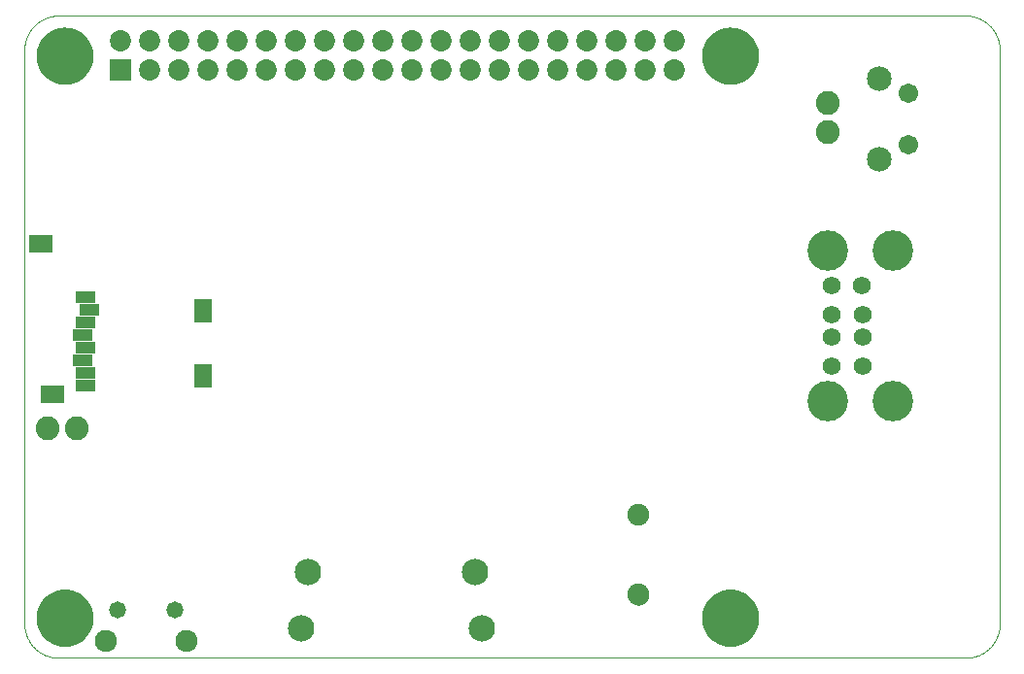
<source format=gbs>
G75*
%MOIN*%
%OFA0B0*%
%FSLAX25Y25*%
%IPPOS*%
%LPD*%
%AMOC8*
5,1,8,0,0,1.08239X$1,22.5*
%
%ADD10C,0.00000*%
%ADD11C,0.11627*%
%ADD12C,0.04429*%
%ADD13C,0.06200*%
%ADD14C,0.13900*%
%ADD15C,0.09068*%
%ADD16C,0.05820*%
%ADD17C,0.07591*%
%ADD18R,0.07300X0.07300*%
%ADD19C,0.07300*%
%ADD20R,0.06312X0.07887*%
%ADD21R,0.08280X0.06312*%
%ADD22R,0.06706X0.03950*%
%ADD23C,0.07493*%
%ADD24C,0.08200*%
%ADD25C,0.06706*%
%ADD26C,0.08477*%
D10*
X0019904Y0016959D02*
X0019904Y0213809D01*
X0019907Y0214094D01*
X0019918Y0214380D01*
X0019935Y0214665D01*
X0019959Y0214949D01*
X0019990Y0215233D01*
X0020028Y0215516D01*
X0020073Y0215797D01*
X0020124Y0216078D01*
X0020182Y0216358D01*
X0020247Y0216636D01*
X0020319Y0216912D01*
X0020397Y0217186D01*
X0020482Y0217459D01*
X0020574Y0217729D01*
X0020672Y0217997D01*
X0020776Y0218263D01*
X0020887Y0218526D01*
X0021004Y0218786D01*
X0021127Y0219044D01*
X0021257Y0219298D01*
X0021393Y0219549D01*
X0021534Y0219797D01*
X0021682Y0220041D01*
X0021835Y0220282D01*
X0021995Y0220518D01*
X0022160Y0220751D01*
X0022330Y0220980D01*
X0022506Y0221205D01*
X0022688Y0221425D01*
X0022874Y0221641D01*
X0023066Y0221852D01*
X0023263Y0222059D01*
X0023465Y0222261D01*
X0023672Y0222458D01*
X0023883Y0222650D01*
X0024099Y0222836D01*
X0024319Y0223018D01*
X0024544Y0223194D01*
X0024773Y0223364D01*
X0025006Y0223529D01*
X0025242Y0223689D01*
X0025483Y0223842D01*
X0025727Y0223990D01*
X0025975Y0224131D01*
X0026226Y0224267D01*
X0026480Y0224397D01*
X0026738Y0224520D01*
X0026998Y0224637D01*
X0027261Y0224748D01*
X0027527Y0224852D01*
X0027795Y0224950D01*
X0028065Y0225042D01*
X0028338Y0225127D01*
X0028612Y0225205D01*
X0028888Y0225277D01*
X0029166Y0225342D01*
X0029446Y0225400D01*
X0029727Y0225451D01*
X0030008Y0225496D01*
X0030291Y0225534D01*
X0030575Y0225565D01*
X0030859Y0225589D01*
X0031144Y0225606D01*
X0031430Y0225617D01*
X0031715Y0225620D01*
X0342739Y0225620D01*
X0343024Y0225617D01*
X0343310Y0225606D01*
X0343595Y0225589D01*
X0343879Y0225565D01*
X0344163Y0225534D01*
X0344446Y0225496D01*
X0344727Y0225451D01*
X0345008Y0225400D01*
X0345288Y0225342D01*
X0345566Y0225277D01*
X0345842Y0225205D01*
X0346116Y0225127D01*
X0346389Y0225042D01*
X0346659Y0224950D01*
X0346927Y0224852D01*
X0347193Y0224748D01*
X0347456Y0224637D01*
X0347716Y0224520D01*
X0347974Y0224397D01*
X0348228Y0224267D01*
X0348479Y0224131D01*
X0348727Y0223990D01*
X0348971Y0223842D01*
X0349212Y0223689D01*
X0349448Y0223529D01*
X0349681Y0223364D01*
X0349910Y0223194D01*
X0350135Y0223018D01*
X0350355Y0222836D01*
X0350571Y0222650D01*
X0350782Y0222458D01*
X0350989Y0222261D01*
X0351191Y0222059D01*
X0351388Y0221852D01*
X0351580Y0221641D01*
X0351766Y0221425D01*
X0351948Y0221205D01*
X0352124Y0220980D01*
X0352294Y0220751D01*
X0352459Y0220518D01*
X0352619Y0220282D01*
X0352772Y0220041D01*
X0352920Y0219797D01*
X0353061Y0219549D01*
X0353197Y0219298D01*
X0353327Y0219044D01*
X0353450Y0218786D01*
X0353567Y0218526D01*
X0353678Y0218263D01*
X0353782Y0217997D01*
X0353880Y0217729D01*
X0353972Y0217459D01*
X0354057Y0217186D01*
X0354135Y0216912D01*
X0354207Y0216636D01*
X0354272Y0216358D01*
X0354330Y0216078D01*
X0354381Y0215797D01*
X0354426Y0215516D01*
X0354464Y0215233D01*
X0354495Y0214949D01*
X0354519Y0214665D01*
X0354536Y0214380D01*
X0354547Y0214094D01*
X0354550Y0213809D01*
X0354550Y0016959D01*
X0354547Y0016674D01*
X0354536Y0016388D01*
X0354519Y0016103D01*
X0354495Y0015819D01*
X0354464Y0015535D01*
X0354426Y0015252D01*
X0354381Y0014971D01*
X0354330Y0014690D01*
X0354272Y0014410D01*
X0354207Y0014132D01*
X0354135Y0013856D01*
X0354057Y0013582D01*
X0353972Y0013309D01*
X0353880Y0013039D01*
X0353782Y0012771D01*
X0353678Y0012505D01*
X0353567Y0012242D01*
X0353450Y0011982D01*
X0353327Y0011724D01*
X0353197Y0011470D01*
X0353061Y0011219D01*
X0352920Y0010971D01*
X0352772Y0010727D01*
X0352619Y0010486D01*
X0352459Y0010250D01*
X0352294Y0010017D01*
X0352124Y0009788D01*
X0351948Y0009563D01*
X0351766Y0009343D01*
X0351580Y0009127D01*
X0351388Y0008916D01*
X0351191Y0008709D01*
X0350989Y0008507D01*
X0350782Y0008310D01*
X0350571Y0008118D01*
X0350355Y0007932D01*
X0350135Y0007750D01*
X0349910Y0007574D01*
X0349681Y0007404D01*
X0349448Y0007239D01*
X0349212Y0007079D01*
X0348971Y0006926D01*
X0348727Y0006778D01*
X0348479Y0006637D01*
X0348228Y0006501D01*
X0347974Y0006371D01*
X0347716Y0006248D01*
X0347456Y0006131D01*
X0347193Y0006020D01*
X0346927Y0005916D01*
X0346659Y0005818D01*
X0346389Y0005726D01*
X0346116Y0005641D01*
X0345842Y0005563D01*
X0345566Y0005491D01*
X0345288Y0005426D01*
X0345008Y0005368D01*
X0344727Y0005317D01*
X0344446Y0005272D01*
X0344163Y0005234D01*
X0343879Y0005203D01*
X0343595Y0005179D01*
X0343310Y0005162D01*
X0343024Y0005151D01*
X0342739Y0005148D01*
X0031715Y0005148D01*
X0031430Y0005151D01*
X0031144Y0005162D01*
X0030859Y0005179D01*
X0030575Y0005203D01*
X0030291Y0005234D01*
X0030008Y0005272D01*
X0029727Y0005317D01*
X0029446Y0005368D01*
X0029166Y0005426D01*
X0028888Y0005491D01*
X0028612Y0005563D01*
X0028338Y0005641D01*
X0028065Y0005726D01*
X0027795Y0005818D01*
X0027527Y0005916D01*
X0027261Y0006020D01*
X0026998Y0006131D01*
X0026738Y0006248D01*
X0026480Y0006371D01*
X0026226Y0006501D01*
X0025975Y0006637D01*
X0025727Y0006778D01*
X0025483Y0006926D01*
X0025242Y0007079D01*
X0025006Y0007239D01*
X0024773Y0007404D01*
X0024544Y0007574D01*
X0024319Y0007750D01*
X0024099Y0007932D01*
X0023883Y0008118D01*
X0023672Y0008310D01*
X0023465Y0008507D01*
X0023263Y0008709D01*
X0023066Y0008916D01*
X0022874Y0009127D01*
X0022688Y0009343D01*
X0022506Y0009563D01*
X0022330Y0009788D01*
X0022160Y0010017D01*
X0021995Y0010250D01*
X0021835Y0010486D01*
X0021682Y0010727D01*
X0021534Y0010971D01*
X0021393Y0011219D01*
X0021257Y0011470D01*
X0021127Y0011724D01*
X0021004Y0011982D01*
X0020887Y0012242D01*
X0020776Y0012505D01*
X0020672Y0012771D01*
X0020574Y0013039D01*
X0020482Y0013309D01*
X0020397Y0013582D01*
X0020319Y0013856D01*
X0020247Y0014132D01*
X0020182Y0014410D01*
X0020124Y0014690D01*
X0020073Y0014971D01*
X0020028Y0015252D01*
X0019990Y0015535D01*
X0019959Y0015819D01*
X0019935Y0016103D01*
X0019918Y0016388D01*
X0019907Y0016674D01*
X0019904Y0016959D01*
X0028270Y0018927D02*
X0028272Y0019074D01*
X0028278Y0019220D01*
X0028288Y0019366D01*
X0028302Y0019512D01*
X0028320Y0019658D01*
X0028341Y0019803D01*
X0028367Y0019947D01*
X0028397Y0020091D01*
X0028430Y0020233D01*
X0028467Y0020375D01*
X0028508Y0020516D01*
X0028553Y0020655D01*
X0028602Y0020794D01*
X0028654Y0020931D01*
X0028711Y0021066D01*
X0028770Y0021200D01*
X0028834Y0021332D01*
X0028901Y0021462D01*
X0028971Y0021591D01*
X0029045Y0021718D01*
X0029122Y0021842D01*
X0029203Y0021965D01*
X0029287Y0022085D01*
X0029374Y0022203D01*
X0029464Y0022318D01*
X0029557Y0022431D01*
X0029654Y0022542D01*
X0029753Y0022650D01*
X0029855Y0022755D01*
X0029960Y0022857D01*
X0030068Y0022956D01*
X0030179Y0023053D01*
X0030292Y0023146D01*
X0030407Y0023236D01*
X0030525Y0023323D01*
X0030645Y0023407D01*
X0030768Y0023488D01*
X0030892Y0023565D01*
X0031019Y0023639D01*
X0031148Y0023709D01*
X0031278Y0023776D01*
X0031410Y0023840D01*
X0031544Y0023899D01*
X0031679Y0023956D01*
X0031816Y0024008D01*
X0031955Y0024057D01*
X0032094Y0024102D01*
X0032235Y0024143D01*
X0032377Y0024180D01*
X0032519Y0024213D01*
X0032663Y0024243D01*
X0032807Y0024269D01*
X0032952Y0024290D01*
X0033098Y0024308D01*
X0033244Y0024322D01*
X0033390Y0024332D01*
X0033536Y0024338D01*
X0033683Y0024340D01*
X0033830Y0024338D01*
X0033976Y0024332D01*
X0034122Y0024322D01*
X0034268Y0024308D01*
X0034414Y0024290D01*
X0034559Y0024269D01*
X0034703Y0024243D01*
X0034847Y0024213D01*
X0034989Y0024180D01*
X0035131Y0024143D01*
X0035272Y0024102D01*
X0035411Y0024057D01*
X0035550Y0024008D01*
X0035687Y0023956D01*
X0035822Y0023899D01*
X0035956Y0023840D01*
X0036088Y0023776D01*
X0036218Y0023709D01*
X0036347Y0023639D01*
X0036474Y0023565D01*
X0036598Y0023488D01*
X0036721Y0023407D01*
X0036841Y0023323D01*
X0036959Y0023236D01*
X0037074Y0023146D01*
X0037187Y0023053D01*
X0037298Y0022956D01*
X0037406Y0022857D01*
X0037511Y0022755D01*
X0037613Y0022650D01*
X0037712Y0022542D01*
X0037809Y0022431D01*
X0037902Y0022318D01*
X0037992Y0022203D01*
X0038079Y0022085D01*
X0038163Y0021965D01*
X0038244Y0021842D01*
X0038321Y0021718D01*
X0038395Y0021591D01*
X0038465Y0021462D01*
X0038532Y0021332D01*
X0038596Y0021200D01*
X0038655Y0021066D01*
X0038712Y0020931D01*
X0038764Y0020794D01*
X0038813Y0020655D01*
X0038858Y0020516D01*
X0038899Y0020375D01*
X0038936Y0020233D01*
X0038969Y0020091D01*
X0038999Y0019947D01*
X0039025Y0019803D01*
X0039046Y0019658D01*
X0039064Y0019512D01*
X0039078Y0019366D01*
X0039088Y0019220D01*
X0039094Y0019074D01*
X0039096Y0018927D01*
X0039094Y0018780D01*
X0039088Y0018634D01*
X0039078Y0018488D01*
X0039064Y0018342D01*
X0039046Y0018196D01*
X0039025Y0018051D01*
X0038999Y0017907D01*
X0038969Y0017763D01*
X0038936Y0017621D01*
X0038899Y0017479D01*
X0038858Y0017338D01*
X0038813Y0017199D01*
X0038764Y0017060D01*
X0038712Y0016923D01*
X0038655Y0016788D01*
X0038596Y0016654D01*
X0038532Y0016522D01*
X0038465Y0016392D01*
X0038395Y0016263D01*
X0038321Y0016136D01*
X0038244Y0016012D01*
X0038163Y0015889D01*
X0038079Y0015769D01*
X0037992Y0015651D01*
X0037902Y0015536D01*
X0037809Y0015423D01*
X0037712Y0015312D01*
X0037613Y0015204D01*
X0037511Y0015099D01*
X0037406Y0014997D01*
X0037298Y0014898D01*
X0037187Y0014801D01*
X0037074Y0014708D01*
X0036959Y0014618D01*
X0036841Y0014531D01*
X0036721Y0014447D01*
X0036598Y0014366D01*
X0036474Y0014289D01*
X0036347Y0014215D01*
X0036218Y0014145D01*
X0036088Y0014078D01*
X0035956Y0014014D01*
X0035822Y0013955D01*
X0035687Y0013898D01*
X0035550Y0013846D01*
X0035411Y0013797D01*
X0035272Y0013752D01*
X0035131Y0013711D01*
X0034989Y0013674D01*
X0034847Y0013641D01*
X0034703Y0013611D01*
X0034559Y0013585D01*
X0034414Y0013564D01*
X0034268Y0013546D01*
X0034122Y0013532D01*
X0033976Y0013522D01*
X0033830Y0013516D01*
X0033683Y0013514D01*
X0033536Y0013516D01*
X0033390Y0013522D01*
X0033244Y0013532D01*
X0033098Y0013546D01*
X0032952Y0013564D01*
X0032807Y0013585D01*
X0032663Y0013611D01*
X0032519Y0013641D01*
X0032377Y0013674D01*
X0032235Y0013711D01*
X0032094Y0013752D01*
X0031955Y0013797D01*
X0031816Y0013846D01*
X0031679Y0013898D01*
X0031544Y0013955D01*
X0031410Y0014014D01*
X0031278Y0014078D01*
X0031148Y0014145D01*
X0031019Y0014215D01*
X0030892Y0014289D01*
X0030768Y0014366D01*
X0030645Y0014447D01*
X0030525Y0014531D01*
X0030407Y0014618D01*
X0030292Y0014708D01*
X0030179Y0014801D01*
X0030068Y0014898D01*
X0029960Y0014997D01*
X0029855Y0015099D01*
X0029753Y0015204D01*
X0029654Y0015312D01*
X0029557Y0015423D01*
X0029464Y0015536D01*
X0029374Y0015651D01*
X0029287Y0015769D01*
X0029203Y0015889D01*
X0029122Y0016012D01*
X0029045Y0016136D01*
X0028971Y0016263D01*
X0028901Y0016392D01*
X0028834Y0016522D01*
X0028770Y0016654D01*
X0028711Y0016788D01*
X0028654Y0016923D01*
X0028602Y0017060D01*
X0028553Y0017199D01*
X0028508Y0017338D01*
X0028467Y0017479D01*
X0028430Y0017621D01*
X0028397Y0017763D01*
X0028367Y0017907D01*
X0028341Y0018051D01*
X0028320Y0018196D01*
X0028302Y0018342D01*
X0028288Y0018488D01*
X0028278Y0018634D01*
X0028272Y0018780D01*
X0028270Y0018927D01*
X0227188Y0026801D02*
X0227190Y0026916D01*
X0227196Y0027032D01*
X0227206Y0027147D01*
X0227220Y0027262D01*
X0227238Y0027376D01*
X0227260Y0027489D01*
X0227285Y0027602D01*
X0227315Y0027713D01*
X0227348Y0027824D01*
X0227385Y0027933D01*
X0227426Y0028041D01*
X0227471Y0028148D01*
X0227519Y0028253D01*
X0227571Y0028356D01*
X0227627Y0028457D01*
X0227686Y0028557D01*
X0227748Y0028654D01*
X0227814Y0028749D01*
X0227882Y0028842D01*
X0227954Y0028932D01*
X0228029Y0029020D01*
X0228108Y0029105D01*
X0228189Y0029187D01*
X0228272Y0029267D01*
X0228359Y0029343D01*
X0228448Y0029417D01*
X0228539Y0029487D01*
X0228633Y0029555D01*
X0228729Y0029619D01*
X0228828Y0029679D01*
X0228928Y0029736D01*
X0229030Y0029790D01*
X0229134Y0029840D01*
X0229240Y0029887D01*
X0229347Y0029930D01*
X0229456Y0029969D01*
X0229566Y0030004D01*
X0229677Y0030035D01*
X0229789Y0030063D01*
X0229902Y0030087D01*
X0230016Y0030107D01*
X0230131Y0030123D01*
X0230246Y0030135D01*
X0230361Y0030143D01*
X0230476Y0030147D01*
X0230592Y0030147D01*
X0230707Y0030143D01*
X0230822Y0030135D01*
X0230937Y0030123D01*
X0231052Y0030107D01*
X0231166Y0030087D01*
X0231279Y0030063D01*
X0231391Y0030035D01*
X0231502Y0030004D01*
X0231612Y0029969D01*
X0231721Y0029930D01*
X0231828Y0029887D01*
X0231934Y0029840D01*
X0232038Y0029790D01*
X0232140Y0029736D01*
X0232240Y0029679D01*
X0232339Y0029619D01*
X0232435Y0029555D01*
X0232529Y0029487D01*
X0232620Y0029417D01*
X0232709Y0029343D01*
X0232796Y0029267D01*
X0232879Y0029187D01*
X0232960Y0029105D01*
X0233039Y0029020D01*
X0233114Y0028932D01*
X0233186Y0028842D01*
X0233254Y0028749D01*
X0233320Y0028654D01*
X0233382Y0028557D01*
X0233441Y0028457D01*
X0233497Y0028356D01*
X0233549Y0028253D01*
X0233597Y0028148D01*
X0233642Y0028041D01*
X0233683Y0027933D01*
X0233720Y0027824D01*
X0233753Y0027713D01*
X0233783Y0027602D01*
X0233808Y0027489D01*
X0233830Y0027376D01*
X0233848Y0027262D01*
X0233862Y0027147D01*
X0233872Y0027032D01*
X0233878Y0026916D01*
X0233880Y0026801D01*
X0233878Y0026686D01*
X0233872Y0026570D01*
X0233862Y0026455D01*
X0233848Y0026340D01*
X0233830Y0026226D01*
X0233808Y0026113D01*
X0233783Y0026000D01*
X0233753Y0025889D01*
X0233720Y0025778D01*
X0233683Y0025669D01*
X0233642Y0025561D01*
X0233597Y0025454D01*
X0233549Y0025349D01*
X0233497Y0025246D01*
X0233441Y0025145D01*
X0233382Y0025045D01*
X0233320Y0024948D01*
X0233254Y0024853D01*
X0233186Y0024760D01*
X0233114Y0024670D01*
X0233039Y0024582D01*
X0232960Y0024497D01*
X0232879Y0024415D01*
X0232796Y0024335D01*
X0232709Y0024259D01*
X0232620Y0024185D01*
X0232529Y0024115D01*
X0232435Y0024047D01*
X0232339Y0023983D01*
X0232240Y0023923D01*
X0232140Y0023866D01*
X0232038Y0023812D01*
X0231934Y0023762D01*
X0231828Y0023715D01*
X0231721Y0023672D01*
X0231612Y0023633D01*
X0231502Y0023598D01*
X0231391Y0023567D01*
X0231279Y0023539D01*
X0231166Y0023515D01*
X0231052Y0023495D01*
X0230937Y0023479D01*
X0230822Y0023467D01*
X0230707Y0023459D01*
X0230592Y0023455D01*
X0230476Y0023455D01*
X0230361Y0023459D01*
X0230246Y0023467D01*
X0230131Y0023479D01*
X0230016Y0023495D01*
X0229902Y0023515D01*
X0229789Y0023539D01*
X0229677Y0023567D01*
X0229566Y0023598D01*
X0229456Y0023633D01*
X0229347Y0023672D01*
X0229240Y0023715D01*
X0229134Y0023762D01*
X0229030Y0023812D01*
X0228928Y0023866D01*
X0228828Y0023923D01*
X0228729Y0023983D01*
X0228633Y0024047D01*
X0228539Y0024115D01*
X0228448Y0024185D01*
X0228359Y0024259D01*
X0228272Y0024335D01*
X0228189Y0024415D01*
X0228108Y0024497D01*
X0228029Y0024582D01*
X0227954Y0024670D01*
X0227882Y0024760D01*
X0227814Y0024853D01*
X0227748Y0024948D01*
X0227686Y0025045D01*
X0227627Y0025145D01*
X0227571Y0025246D01*
X0227519Y0025349D01*
X0227471Y0025454D01*
X0227426Y0025561D01*
X0227385Y0025669D01*
X0227348Y0025778D01*
X0227315Y0025889D01*
X0227285Y0026000D01*
X0227260Y0026113D01*
X0227238Y0026226D01*
X0227220Y0026340D01*
X0227206Y0026455D01*
X0227196Y0026570D01*
X0227190Y0026686D01*
X0227188Y0026801D01*
X0256617Y0018927D02*
X0256619Y0019074D01*
X0256625Y0019220D01*
X0256635Y0019366D01*
X0256649Y0019512D01*
X0256667Y0019658D01*
X0256688Y0019803D01*
X0256714Y0019947D01*
X0256744Y0020091D01*
X0256777Y0020233D01*
X0256814Y0020375D01*
X0256855Y0020516D01*
X0256900Y0020655D01*
X0256949Y0020794D01*
X0257001Y0020931D01*
X0257058Y0021066D01*
X0257117Y0021200D01*
X0257181Y0021332D01*
X0257248Y0021462D01*
X0257318Y0021591D01*
X0257392Y0021718D01*
X0257469Y0021842D01*
X0257550Y0021965D01*
X0257634Y0022085D01*
X0257721Y0022203D01*
X0257811Y0022318D01*
X0257904Y0022431D01*
X0258001Y0022542D01*
X0258100Y0022650D01*
X0258202Y0022755D01*
X0258307Y0022857D01*
X0258415Y0022956D01*
X0258526Y0023053D01*
X0258639Y0023146D01*
X0258754Y0023236D01*
X0258872Y0023323D01*
X0258992Y0023407D01*
X0259115Y0023488D01*
X0259239Y0023565D01*
X0259366Y0023639D01*
X0259495Y0023709D01*
X0259625Y0023776D01*
X0259757Y0023840D01*
X0259891Y0023899D01*
X0260026Y0023956D01*
X0260163Y0024008D01*
X0260302Y0024057D01*
X0260441Y0024102D01*
X0260582Y0024143D01*
X0260724Y0024180D01*
X0260866Y0024213D01*
X0261010Y0024243D01*
X0261154Y0024269D01*
X0261299Y0024290D01*
X0261445Y0024308D01*
X0261591Y0024322D01*
X0261737Y0024332D01*
X0261883Y0024338D01*
X0262030Y0024340D01*
X0262177Y0024338D01*
X0262323Y0024332D01*
X0262469Y0024322D01*
X0262615Y0024308D01*
X0262761Y0024290D01*
X0262906Y0024269D01*
X0263050Y0024243D01*
X0263194Y0024213D01*
X0263336Y0024180D01*
X0263478Y0024143D01*
X0263619Y0024102D01*
X0263758Y0024057D01*
X0263897Y0024008D01*
X0264034Y0023956D01*
X0264169Y0023899D01*
X0264303Y0023840D01*
X0264435Y0023776D01*
X0264565Y0023709D01*
X0264694Y0023639D01*
X0264821Y0023565D01*
X0264945Y0023488D01*
X0265068Y0023407D01*
X0265188Y0023323D01*
X0265306Y0023236D01*
X0265421Y0023146D01*
X0265534Y0023053D01*
X0265645Y0022956D01*
X0265753Y0022857D01*
X0265858Y0022755D01*
X0265960Y0022650D01*
X0266059Y0022542D01*
X0266156Y0022431D01*
X0266249Y0022318D01*
X0266339Y0022203D01*
X0266426Y0022085D01*
X0266510Y0021965D01*
X0266591Y0021842D01*
X0266668Y0021718D01*
X0266742Y0021591D01*
X0266812Y0021462D01*
X0266879Y0021332D01*
X0266943Y0021200D01*
X0267002Y0021066D01*
X0267059Y0020931D01*
X0267111Y0020794D01*
X0267160Y0020655D01*
X0267205Y0020516D01*
X0267246Y0020375D01*
X0267283Y0020233D01*
X0267316Y0020091D01*
X0267346Y0019947D01*
X0267372Y0019803D01*
X0267393Y0019658D01*
X0267411Y0019512D01*
X0267425Y0019366D01*
X0267435Y0019220D01*
X0267441Y0019074D01*
X0267443Y0018927D01*
X0267441Y0018780D01*
X0267435Y0018634D01*
X0267425Y0018488D01*
X0267411Y0018342D01*
X0267393Y0018196D01*
X0267372Y0018051D01*
X0267346Y0017907D01*
X0267316Y0017763D01*
X0267283Y0017621D01*
X0267246Y0017479D01*
X0267205Y0017338D01*
X0267160Y0017199D01*
X0267111Y0017060D01*
X0267059Y0016923D01*
X0267002Y0016788D01*
X0266943Y0016654D01*
X0266879Y0016522D01*
X0266812Y0016392D01*
X0266742Y0016263D01*
X0266668Y0016136D01*
X0266591Y0016012D01*
X0266510Y0015889D01*
X0266426Y0015769D01*
X0266339Y0015651D01*
X0266249Y0015536D01*
X0266156Y0015423D01*
X0266059Y0015312D01*
X0265960Y0015204D01*
X0265858Y0015099D01*
X0265753Y0014997D01*
X0265645Y0014898D01*
X0265534Y0014801D01*
X0265421Y0014708D01*
X0265306Y0014618D01*
X0265188Y0014531D01*
X0265068Y0014447D01*
X0264945Y0014366D01*
X0264821Y0014289D01*
X0264694Y0014215D01*
X0264565Y0014145D01*
X0264435Y0014078D01*
X0264303Y0014014D01*
X0264169Y0013955D01*
X0264034Y0013898D01*
X0263897Y0013846D01*
X0263758Y0013797D01*
X0263619Y0013752D01*
X0263478Y0013711D01*
X0263336Y0013674D01*
X0263194Y0013641D01*
X0263050Y0013611D01*
X0262906Y0013585D01*
X0262761Y0013564D01*
X0262615Y0013546D01*
X0262469Y0013532D01*
X0262323Y0013522D01*
X0262177Y0013516D01*
X0262030Y0013514D01*
X0261883Y0013516D01*
X0261737Y0013522D01*
X0261591Y0013532D01*
X0261445Y0013546D01*
X0261299Y0013564D01*
X0261154Y0013585D01*
X0261010Y0013611D01*
X0260866Y0013641D01*
X0260724Y0013674D01*
X0260582Y0013711D01*
X0260441Y0013752D01*
X0260302Y0013797D01*
X0260163Y0013846D01*
X0260026Y0013898D01*
X0259891Y0013955D01*
X0259757Y0014014D01*
X0259625Y0014078D01*
X0259495Y0014145D01*
X0259366Y0014215D01*
X0259239Y0014289D01*
X0259115Y0014366D01*
X0258992Y0014447D01*
X0258872Y0014531D01*
X0258754Y0014618D01*
X0258639Y0014708D01*
X0258526Y0014801D01*
X0258415Y0014898D01*
X0258307Y0014997D01*
X0258202Y0015099D01*
X0258100Y0015204D01*
X0258001Y0015312D01*
X0257904Y0015423D01*
X0257811Y0015536D01*
X0257721Y0015651D01*
X0257634Y0015769D01*
X0257550Y0015889D01*
X0257469Y0016012D01*
X0257392Y0016136D01*
X0257318Y0016263D01*
X0257248Y0016392D01*
X0257181Y0016522D01*
X0257117Y0016654D01*
X0257058Y0016788D01*
X0257001Y0016923D01*
X0256949Y0017060D01*
X0256900Y0017199D01*
X0256855Y0017338D01*
X0256814Y0017479D01*
X0256777Y0017621D01*
X0256744Y0017763D01*
X0256714Y0017907D01*
X0256688Y0018051D01*
X0256667Y0018196D01*
X0256649Y0018342D01*
X0256635Y0018488D01*
X0256625Y0018634D01*
X0256619Y0018780D01*
X0256617Y0018927D01*
X0227188Y0054360D02*
X0227190Y0054475D01*
X0227196Y0054591D01*
X0227206Y0054706D01*
X0227220Y0054821D01*
X0227238Y0054935D01*
X0227260Y0055048D01*
X0227285Y0055161D01*
X0227315Y0055272D01*
X0227348Y0055383D01*
X0227385Y0055492D01*
X0227426Y0055600D01*
X0227471Y0055707D01*
X0227519Y0055812D01*
X0227571Y0055915D01*
X0227627Y0056016D01*
X0227686Y0056116D01*
X0227748Y0056213D01*
X0227814Y0056308D01*
X0227882Y0056401D01*
X0227954Y0056491D01*
X0228029Y0056579D01*
X0228108Y0056664D01*
X0228189Y0056746D01*
X0228272Y0056826D01*
X0228359Y0056902D01*
X0228448Y0056976D01*
X0228539Y0057046D01*
X0228633Y0057114D01*
X0228729Y0057178D01*
X0228828Y0057238D01*
X0228928Y0057295D01*
X0229030Y0057349D01*
X0229134Y0057399D01*
X0229240Y0057446D01*
X0229347Y0057489D01*
X0229456Y0057528D01*
X0229566Y0057563D01*
X0229677Y0057594D01*
X0229789Y0057622D01*
X0229902Y0057646D01*
X0230016Y0057666D01*
X0230131Y0057682D01*
X0230246Y0057694D01*
X0230361Y0057702D01*
X0230476Y0057706D01*
X0230592Y0057706D01*
X0230707Y0057702D01*
X0230822Y0057694D01*
X0230937Y0057682D01*
X0231052Y0057666D01*
X0231166Y0057646D01*
X0231279Y0057622D01*
X0231391Y0057594D01*
X0231502Y0057563D01*
X0231612Y0057528D01*
X0231721Y0057489D01*
X0231828Y0057446D01*
X0231934Y0057399D01*
X0232038Y0057349D01*
X0232140Y0057295D01*
X0232240Y0057238D01*
X0232339Y0057178D01*
X0232435Y0057114D01*
X0232529Y0057046D01*
X0232620Y0056976D01*
X0232709Y0056902D01*
X0232796Y0056826D01*
X0232879Y0056746D01*
X0232960Y0056664D01*
X0233039Y0056579D01*
X0233114Y0056491D01*
X0233186Y0056401D01*
X0233254Y0056308D01*
X0233320Y0056213D01*
X0233382Y0056116D01*
X0233441Y0056016D01*
X0233497Y0055915D01*
X0233549Y0055812D01*
X0233597Y0055707D01*
X0233642Y0055600D01*
X0233683Y0055492D01*
X0233720Y0055383D01*
X0233753Y0055272D01*
X0233783Y0055161D01*
X0233808Y0055048D01*
X0233830Y0054935D01*
X0233848Y0054821D01*
X0233862Y0054706D01*
X0233872Y0054591D01*
X0233878Y0054475D01*
X0233880Y0054360D01*
X0233878Y0054245D01*
X0233872Y0054129D01*
X0233862Y0054014D01*
X0233848Y0053899D01*
X0233830Y0053785D01*
X0233808Y0053672D01*
X0233783Y0053559D01*
X0233753Y0053448D01*
X0233720Y0053337D01*
X0233683Y0053228D01*
X0233642Y0053120D01*
X0233597Y0053013D01*
X0233549Y0052908D01*
X0233497Y0052805D01*
X0233441Y0052704D01*
X0233382Y0052604D01*
X0233320Y0052507D01*
X0233254Y0052412D01*
X0233186Y0052319D01*
X0233114Y0052229D01*
X0233039Y0052141D01*
X0232960Y0052056D01*
X0232879Y0051974D01*
X0232796Y0051894D01*
X0232709Y0051818D01*
X0232620Y0051744D01*
X0232529Y0051674D01*
X0232435Y0051606D01*
X0232339Y0051542D01*
X0232240Y0051482D01*
X0232140Y0051425D01*
X0232038Y0051371D01*
X0231934Y0051321D01*
X0231828Y0051274D01*
X0231721Y0051231D01*
X0231612Y0051192D01*
X0231502Y0051157D01*
X0231391Y0051126D01*
X0231279Y0051098D01*
X0231166Y0051074D01*
X0231052Y0051054D01*
X0230937Y0051038D01*
X0230822Y0051026D01*
X0230707Y0051018D01*
X0230592Y0051014D01*
X0230476Y0051014D01*
X0230361Y0051018D01*
X0230246Y0051026D01*
X0230131Y0051038D01*
X0230016Y0051054D01*
X0229902Y0051074D01*
X0229789Y0051098D01*
X0229677Y0051126D01*
X0229566Y0051157D01*
X0229456Y0051192D01*
X0229347Y0051231D01*
X0229240Y0051274D01*
X0229134Y0051321D01*
X0229030Y0051371D01*
X0228928Y0051425D01*
X0228828Y0051482D01*
X0228729Y0051542D01*
X0228633Y0051606D01*
X0228539Y0051674D01*
X0228448Y0051744D01*
X0228359Y0051818D01*
X0228272Y0051894D01*
X0228189Y0051974D01*
X0228108Y0052056D01*
X0228029Y0052141D01*
X0227954Y0052229D01*
X0227882Y0052319D01*
X0227814Y0052412D01*
X0227748Y0052507D01*
X0227686Y0052604D01*
X0227627Y0052704D01*
X0227571Y0052805D01*
X0227519Y0052908D01*
X0227471Y0053013D01*
X0227426Y0053120D01*
X0227385Y0053228D01*
X0227348Y0053337D01*
X0227315Y0053448D01*
X0227285Y0053559D01*
X0227260Y0053672D01*
X0227238Y0053785D01*
X0227220Y0053899D01*
X0227206Y0054014D01*
X0227196Y0054129D01*
X0227190Y0054245D01*
X0227188Y0054360D01*
X0256617Y0211841D02*
X0256619Y0211988D01*
X0256625Y0212134D01*
X0256635Y0212280D01*
X0256649Y0212426D01*
X0256667Y0212572D01*
X0256688Y0212717D01*
X0256714Y0212861D01*
X0256744Y0213005D01*
X0256777Y0213147D01*
X0256814Y0213289D01*
X0256855Y0213430D01*
X0256900Y0213569D01*
X0256949Y0213708D01*
X0257001Y0213845D01*
X0257058Y0213980D01*
X0257117Y0214114D01*
X0257181Y0214246D01*
X0257248Y0214376D01*
X0257318Y0214505D01*
X0257392Y0214632D01*
X0257469Y0214756D01*
X0257550Y0214879D01*
X0257634Y0214999D01*
X0257721Y0215117D01*
X0257811Y0215232D01*
X0257904Y0215345D01*
X0258001Y0215456D01*
X0258100Y0215564D01*
X0258202Y0215669D01*
X0258307Y0215771D01*
X0258415Y0215870D01*
X0258526Y0215967D01*
X0258639Y0216060D01*
X0258754Y0216150D01*
X0258872Y0216237D01*
X0258992Y0216321D01*
X0259115Y0216402D01*
X0259239Y0216479D01*
X0259366Y0216553D01*
X0259495Y0216623D01*
X0259625Y0216690D01*
X0259757Y0216754D01*
X0259891Y0216813D01*
X0260026Y0216870D01*
X0260163Y0216922D01*
X0260302Y0216971D01*
X0260441Y0217016D01*
X0260582Y0217057D01*
X0260724Y0217094D01*
X0260866Y0217127D01*
X0261010Y0217157D01*
X0261154Y0217183D01*
X0261299Y0217204D01*
X0261445Y0217222D01*
X0261591Y0217236D01*
X0261737Y0217246D01*
X0261883Y0217252D01*
X0262030Y0217254D01*
X0262177Y0217252D01*
X0262323Y0217246D01*
X0262469Y0217236D01*
X0262615Y0217222D01*
X0262761Y0217204D01*
X0262906Y0217183D01*
X0263050Y0217157D01*
X0263194Y0217127D01*
X0263336Y0217094D01*
X0263478Y0217057D01*
X0263619Y0217016D01*
X0263758Y0216971D01*
X0263897Y0216922D01*
X0264034Y0216870D01*
X0264169Y0216813D01*
X0264303Y0216754D01*
X0264435Y0216690D01*
X0264565Y0216623D01*
X0264694Y0216553D01*
X0264821Y0216479D01*
X0264945Y0216402D01*
X0265068Y0216321D01*
X0265188Y0216237D01*
X0265306Y0216150D01*
X0265421Y0216060D01*
X0265534Y0215967D01*
X0265645Y0215870D01*
X0265753Y0215771D01*
X0265858Y0215669D01*
X0265960Y0215564D01*
X0266059Y0215456D01*
X0266156Y0215345D01*
X0266249Y0215232D01*
X0266339Y0215117D01*
X0266426Y0214999D01*
X0266510Y0214879D01*
X0266591Y0214756D01*
X0266668Y0214632D01*
X0266742Y0214505D01*
X0266812Y0214376D01*
X0266879Y0214246D01*
X0266943Y0214114D01*
X0267002Y0213980D01*
X0267059Y0213845D01*
X0267111Y0213708D01*
X0267160Y0213569D01*
X0267205Y0213430D01*
X0267246Y0213289D01*
X0267283Y0213147D01*
X0267316Y0213005D01*
X0267346Y0212861D01*
X0267372Y0212717D01*
X0267393Y0212572D01*
X0267411Y0212426D01*
X0267425Y0212280D01*
X0267435Y0212134D01*
X0267441Y0211988D01*
X0267443Y0211841D01*
X0267441Y0211694D01*
X0267435Y0211548D01*
X0267425Y0211402D01*
X0267411Y0211256D01*
X0267393Y0211110D01*
X0267372Y0210965D01*
X0267346Y0210821D01*
X0267316Y0210677D01*
X0267283Y0210535D01*
X0267246Y0210393D01*
X0267205Y0210252D01*
X0267160Y0210113D01*
X0267111Y0209974D01*
X0267059Y0209837D01*
X0267002Y0209702D01*
X0266943Y0209568D01*
X0266879Y0209436D01*
X0266812Y0209306D01*
X0266742Y0209177D01*
X0266668Y0209050D01*
X0266591Y0208926D01*
X0266510Y0208803D01*
X0266426Y0208683D01*
X0266339Y0208565D01*
X0266249Y0208450D01*
X0266156Y0208337D01*
X0266059Y0208226D01*
X0265960Y0208118D01*
X0265858Y0208013D01*
X0265753Y0207911D01*
X0265645Y0207812D01*
X0265534Y0207715D01*
X0265421Y0207622D01*
X0265306Y0207532D01*
X0265188Y0207445D01*
X0265068Y0207361D01*
X0264945Y0207280D01*
X0264821Y0207203D01*
X0264694Y0207129D01*
X0264565Y0207059D01*
X0264435Y0206992D01*
X0264303Y0206928D01*
X0264169Y0206869D01*
X0264034Y0206812D01*
X0263897Y0206760D01*
X0263758Y0206711D01*
X0263619Y0206666D01*
X0263478Y0206625D01*
X0263336Y0206588D01*
X0263194Y0206555D01*
X0263050Y0206525D01*
X0262906Y0206499D01*
X0262761Y0206478D01*
X0262615Y0206460D01*
X0262469Y0206446D01*
X0262323Y0206436D01*
X0262177Y0206430D01*
X0262030Y0206428D01*
X0261883Y0206430D01*
X0261737Y0206436D01*
X0261591Y0206446D01*
X0261445Y0206460D01*
X0261299Y0206478D01*
X0261154Y0206499D01*
X0261010Y0206525D01*
X0260866Y0206555D01*
X0260724Y0206588D01*
X0260582Y0206625D01*
X0260441Y0206666D01*
X0260302Y0206711D01*
X0260163Y0206760D01*
X0260026Y0206812D01*
X0259891Y0206869D01*
X0259757Y0206928D01*
X0259625Y0206992D01*
X0259495Y0207059D01*
X0259366Y0207129D01*
X0259239Y0207203D01*
X0259115Y0207280D01*
X0258992Y0207361D01*
X0258872Y0207445D01*
X0258754Y0207532D01*
X0258639Y0207622D01*
X0258526Y0207715D01*
X0258415Y0207812D01*
X0258307Y0207911D01*
X0258202Y0208013D01*
X0258100Y0208118D01*
X0258001Y0208226D01*
X0257904Y0208337D01*
X0257811Y0208450D01*
X0257721Y0208565D01*
X0257634Y0208683D01*
X0257550Y0208803D01*
X0257469Y0208926D01*
X0257392Y0209050D01*
X0257318Y0209177D01*
X0257248Y0209306D01*
X0257181Y0209436D01*
X0257117Y0209568D01*
X0257058Y0209702D01*
X0257001Y0209837D01*
X0256949Y0209974D01*
X0256900Y0210113D01*
X0256855Y0210252D01*
X0256814Y0210393D01*
X0256777Y0210535D01*
X0256744Y0210677D01*
X0256714Y0210821D01*
X0256688Y0210965D01*
X0256667Y0211110D01*
X0256649Y0211256D01*
X0256635Y0211402D01*
X0256625Y0211548D01*
X0256619Y0211694D01*
X0256617Y0211841D01*
X0028270Y0211841D02*
X0028272Y0211988D01*
X0028278Y0212134D01*
X0028288Y0212280D01*
X0028302Y0212426D01*
X0028320Y0212572D01*
X0028341Y0212717D01*
X0028367Y0212861D01*
X0028397Y0213005D01*
X0028430Y0213147D01*
X0028467Y0213289D01*
X0028508Y0213430D01*
X0028553Y0213569D01*
X0028602Y0213708D01*
X0028654Y0213845D01*
X0028711Y0213980D01*
X0028770Y0214114D01*
X0028834Y0214246D01*
X0028901Y0214376D01*
X0028971Y0214505D01*
X0029045Y0214632D01*
X0029122Y0214756D01*
X0029203Y0214879D01*
X0029287Y0214999D01*
X0029374Y0215117D01*
X0029464Y0215232D01*
X0029557Y0215345D01*
X0029654Y0215456D01*
X0029753Y0215564D01*
X0029855Y0215669D01*
X0029960Y0215771D01*
X0030068Y0215870D01*
X0030179Y0215967D01*
X0030292Y0216060D01*
X0030407Y0216150D01*
X0030525Y0216237D01*
X0030645Y0216321D01*
X0030768Y0216402D01*
X0030892Y0216479D01*
X0031019Y0216553D01*
X0031148Y0216623D01*
X0031278Y0216690D01*
X0031410Y0216754D01*
X0031544Y0216813D01*
X0031679Y0216870D01*
X0031816Y0216922D01*
X0031955Y0216971D01*
X0032094Y0217016D01*
X0032235Y0217057D01*
X0032377Y0217094D01*
X0032519Y0217127D01*
X0032663Y0217157D01*
X0032807Y0217183D01*
X0032952Y0217204D01*
X0033098Y0217222D01*
X0033244Y0217236D01*
X0033390Y0217246D01*
X0033536Y0217252D01*
X0033683Y0217254D01*
X0033830Y0217252D01*
X0033976Y0217246D01*
X0034122Y0217236D01*
X0034268Y0217222D01*
X0034414Y0217204D01*
X0034559Y0217183D01*
X0034703Y0217157D01*
X0034847Y0217127D01*
X0034989Y0217094D01*
X0035131Y0217057D01*
X0035272Y0217016D01*
X0035411Y0216971D01*
X0035550Y0216922D01*
X0035687Y0216870D01*
X0035822Y0216813D01*
X0035956Y0216754D01*
X0036088Y0216690D01*
X0036218Y0216623D01*
X0036347Y0216553D01*
X0036474Y0216479D01*
X0036598Y0216402D01*
X0036721Y0216321D01*
X0036841Y0216237D01*
X0036959Y0216150D01*
X0037074Y0216060D01*
X0037187Y0215967D01*
X0037298Y0215870D01*
X0037406Y0215771D01*
X0037511Y0215669D01*
X0037613Y0215564D01*
X0037712Y0215456D01*
X0037809Y0215345D01*
X0037902Y0215232D01*
X0037992Y0215117D01*
X0038079Y0214999D01*
X0038163Y0214879D01*
X0038244Y0214756D01*
X0038321Y0214632D01*
X0038395Y0214505D01*
X0038465Y0214376D01*
X0038532Y0214246D01*
X0038596Y0214114D01*
X0038655Y0213980D01*
X0038712Y0213845D01*
X0038764Y0213708D01*
X0038813Y0213569D01*
X0038858Y0213430D01*
X0038899Y0213289D01*
X0038936Y0213147D01*
X0038969Y0213005D01*
X0038999Y0212861D01*
X0039025Y0212717D01*
X0039046Y0212572D01*
X0039064Y0212426D01*
X0039078Y0212280D01*
X0039088Y0212134D01*
X0039094Y0211988D01*
X0039096Y0211841D01*
X0039094Y0211694D01*
X0039088Y0211548D01*
X0039078Y0211402D01*
X0039064Y0211256D01*
X0039046Y0211110D01*
X0039025Y0210965D01*
X0038999Y0210821D01*
X0038969Y0210677D01*
X0038936Y0210535D01*
X0038899Y0210393D01*
X0038858Y0210252D01*
X0038813Y0210113D01*
X0038764Y0209974D01*
X0038712Y0209837D01*
X0038655Y0209702D01*
X0038596Y0209568D01*
X0038532Y0209436D01*
X0038465Y0209306D01*
X0038395Y0209177D01*
X0038321Y0209050D01*
X0038244Y0208926D01*
X0038163Y0208803D01*
X0038079Y0208683D01*
X0037992Y0208565D01*
X0037902Y0208450D01*
X0037809Y0208337D01*
X0037712Y0208226D01*
X0037613Y0208118D01*
X0037511Y0208013D01*
X0037406Y0207911D01*
X0037298Y0207812D01*
X0037187Y0207715D01*
X0037074Y0207622D01*
X0036959Y0207532D01*
X0036841Y0207445D01*
X0036721Y0207361D01*
X0036598Y0207280D01*
X0036474Y0207203D01*
X0036347Y0207129D01*
X0036218Y0207059D01*
X0036088Y0206992D01*
X0035956Y0206928D01*
X0035822Y0206869D01*
X0035687Y0206812D01*
X0035550Y0206760D01*
X0035411Y0206711D01*
X0035272Y0206666D01*
X0035131Y0206625D01*
X0034989Y0206588D01*
X0034847Y0206555D01*
X0034703Y0206525D01*
X0034559Y0206499D01*
X0034414Y0206478D01*
X0034268Y0206460D01*
X0034122Y0206446D01*
X0033976Y0206436D01*
X0033830Y0206430D01*
X0033683Y0206428D01*
X0033536Y0206430D01*
X0033390Y0206436D01*
X0033244Y0206446D01*
X0033098Y0206460D01*
X0032952Y0206478D01*
X0032807Y0206499D01*
X0032663Y0206525D01*
X0032519Y0206555D01*
X0032377Y0206588D01*
X0032235Y0206625D01*
X0032094Y0206666D01*
X0031955Y0206711D01*
X0031816Y0206760D01*
X0031679Y0206812D01*
X0031544Y0206869D01*
X0031410Y0206928D01*
X0031278Y0206992D01*
X0031148Y0207059D01*
X0031019Y0207129D01*
X0030892Y0207203D01*
X0030768Y0207280D01*
X0030645Y0207361D01*
X0030525Y0207445D01*
X0030407Y0207532D01*
X0030292Y0207622D01*
X0030179Y0207715D01*
X0030068Y0207812D01*
X0029960Y0207911D01*
X0029855Y0208013D01*
X0029753Y0208118D01*
X0029654Y0208226D01*
X0029557Y0208337D01*
X0029464Y0208450D01*
X0029374Y0208565D01*
X0029287Y0208683D01*
X0029203Y0208803D01*
X0029122Y0208926D01*
X0029045Y0209050D01*
X0028971Y0209177D01*
X0028901Y0209306D01*
X0028834Y0209436D01*
X0028770Y0209568D01*
X0028711Y0209702D01*
X0028654Y0209837D01*
X0028602Y0209974D01*
X0028553Y0210113D01*
X0028508Y0210252D01*
X0028467Y0210393D01*
X0028430Y0210535D01*
X0028397Y0210677D01*
X0028367Y0210821D01*
X0028341Y0210965D01*
X0028320Y0211110D01*
X0028302Y0211256D01*
X0028288Y0211402D01*
X0028278Y0211548D01*
X0028272Y0211694D01*
X0028270Y0211841D01*
D11*
X0033683Y0211841D03*
X0262030Y0211841D03*
X0262030Y0018927D03*
X0033683Y0018927D03*
D12*
X0026055Y0018927D02*
X0026057Y0019114D01*
X0026064Y0019301D01*
X0026076Y0019488D01*
X0026092Y0019675D01*
X0026112Y0019861D01*
X0026138Y0020046D01*
X0026167Y0020231D01*
X0026202Y0020415D01*
X0026240Y0020598D01*
X0026284Y0020780D01*
X0026331Y0020961D01*
X0026383Y0021141D01*
X0026440Y0021320D01*
X0026501Y0021497D01*
X0026566Y0021672D01*
X0026636Y0021846D01*
X0026709Y0022018D01*
X0026787Y0022188D01*
X0026869Y0022357D01*
X0026956Y0022523D01*
X0027046Y0022687D01*
X0027140Y0022849D01*
X0027238Y0023008D01*
X0027341Y0023165D01*
X0027446Y0023319D01*
X0027556Y0023471D01*
X0027669Y0023620D01*
X0027786Y0023766D01*
X0027907Y0023909D01*
X0028031Y0024050D01*
X0028158Y0024187D01*
X0028289Y0024321D01*
X0028423Y0024452D01*
X0028560Y0024579D01*
X0028701Y0024703D01*
X0028844Y0024824D01*
X0028990Y0024941D01*
X0029139Y0025054D01*
X0029291Y0025164D01*
X0029445Y0025269D01*
X0029602Y0025372D01*
X0029761Y0025470D01*
X0029923Y0025564D01*
X0030087Y0025654D01*
X0030253Y0025741D01*
X0030422Y0025823D01*
X0030592Y0025901D01*
X0030764Y0025974D01*
X0030938Y0026044D01*
X0031113Y0026109D01*
X0031290Y0026170D01*
X0031469Y0026227D01*
X0031649Y0026279D01*
X0031830Y0026326D01*
X0032012Y0026370D01*
X0032195Y0026408D01*
X0032379Y0026443D01*
X0032564Y0026472D01*
X0032749Y0026498D01*
X0032935Y0026518D01*
X0033122Y0026534D01*
X0033309Y0026546D01*
X0033496Y0026553D01*
X0033683Y0026555D01*
X0033870Y0026553D01*
X0034057Y0026546D01*
X0034244Y0026534D01*
X0034431Y0026518D01*
X0034617Y0026498D01*
X0034802Y0026472D01*
X0034987Y0026443D01*
X0035171Y0026408D01*
X0035354Y0026370D01*
X0035536Y0026326D01*
X0035717Y0026279D01*
X0035897Y0026227D01*
X0036076Y0026170D01*
X0036253Y0026109D01*
X0036428Y0026044D01*
X0036602Y0025974D01*
X0036774Y0025901D01*
X0036944Y0025823D01*
X0037113Y0025741D01*
X0037279Y0025654D01*
X0037443Y0025564D01*
X0037605Y0025470D01*
X0037764Y0025372D01*
X0037921Y0025269D01*
X0038075Y0025164D01*
X0038227Y0025054D01*
X0038376Y0024941D01*
X0038522Y0024824D01*
X0038665Y0024703D01*
X0038806Y0024579D01*
X0038943Y0024452D01*
X0039077Y0024321D01*
X0039208Y0024187D01*
X0039335Y0024050D01*
X0039459Y0023909D01*
X0039580Y0023766D01*
X0039697Y0023620D01*
X0039810Y0023471D01*
X0039920Y0023319D01*
X0040025Y0023165D01*
X0040128Y0023008D01*
X0040226Y0022849D01*
X0040320Y0022687D01*
X0040410Y0022523D01*
X0040497Y0022357D01*
X0040579Y0022188D01*
X0040657Y0022018D01*
X0040730Y0021846D01*
X0040800Y0021672D01*
X0040865Y0021497D01*
X0040926Y0021320D01*
X0040983Y0021141D01*
X0041035Y0020961D01*
X0041082Y0020780D01*
X0041126Y0020598D01*
X0041164Y0020415D01*
X0041199Y0020231D01*
X0041228Y0020046D01*
X0041254Y0019861D01*
X0041274Y0019675D01*
X0041290Y0019488D01*
X0041302Y0019301D01*
X0041309Y0019114D01*
X0041311Y0018927D01*
X0041309Y0018740D01*
X0041302Y0018553D01*
X0041290Y0018366D01*
X0041274Y0018179D01*
X0041254Y0017993D01*
X0041228Y0017808D01*
X0041199Y0017623D01*
X0041164Y0017439D01*
X0041126Y0017256D01*
X0041082Y0017074D01*
X0041035Y0016893D01*
X0040983Y0016713D01*
X0040926Y0016534D01*
X0040865Y0016357D01*
X0040800Y0016182D01*
X0040730Y0016008D01*
X0040657Y0015836D01*
X0040579Y0015666D01*
X0040497Y0015497D01*
X0040410Y0015331D01*
X0040320Y0015167D01*
X0040226Y0015005D01*
X0040128Y0014846D01*
X0040025Y0014689D01*
X0039920Y0014535D01*
X0039810Y0014383D01*
X0039697Y0014234D01*
X0039580Y0014088D01*
X0039459Y0013945D01*
X0039335Y0013804D01*
X0039208Y0013667D01*
X0039077Y0013533D01*
X0038943Y0013402D01*
X0038806Y0013275D01*
X0038665Y0013151D01*
X0038522Y0013030D01*
X0038376Y0012913D01*
X0038227Y0012800D01*
X0038075Y0012690D01*
X0037921Y0012585D01*
X0037764Y0012482D01*
X0037605Y0012384D01*
X0037443Y0012290D01*
X0037279Y0012200D01*
X0037113Y0012113D01*
X0036944Y0012031D01*
X0036774Y0011953D01*
X0036602Y0011880D01*
X0036428Y0011810D01*
X0036253Y0011745D01*
X0036076Y0011684D01*
X0035897Y0011627D01*
X0035717Y0011575D01*
X0035536Y0011528D01*
X0035354Y0011484D01*
X0035171Y0011446D01*
X0034987Y0011411D01*
X0034802Y0011382D01*
X0034617Y0011356D01*
X0034431Y0011336D01*
X0034244Y0011320D01*
X0034057Y0011308D01*
X0033870Y0011301D01*
X0033683Y0011299D01*
X0033496Y0011301D01*
X0033309Y0011308D01*
X0033122Y0011320D01*
X0032935Y0011336D01*
X0032749Y0011356D01*
X0032564Y0011382D01*
X0032379Y0011411D01*
X0032195Y0011446D01*
X0032012Y0011484D01*
X0031830Y0011528D01*
X0031649Y0011575D01*
X0031469Y0011627D01*
X0031290Y0011684D01*
X0031113Y0011745D01*
X0030938Y0011810D01*
X0030764Y0011880D01*
X0030592Y0011953D01*
X0030422Y0012031D01*
X0030253Y0012113D01*
X0030087Y0012200D01*
X0029923Y0012290D01*
X0029761Y0012384D01*
X0029602Y0012482D01*
X0029445Y0012585D01*
X0029291Y0012690D01*
X0029139Y0012800D01*
X0028990Y0012913D01*
X0028844Y0013030D01*
X0028701Y0013151D01*
X0028560Y0013275D01*
X0028423Y0013402D01*
X0028289Y0013533D01*
X0028158Y0013667D01*
X0028031Y0013804D01*
X0027907Y0013945D01*
X0027786Y0014088D01*
X0027669Y0014234D01*
X0027556Y0014383D01*
X0027446Y0014535D01*
X0027341Y0014689D01*
X0027238Y0014846D01*
X0027140Y0015005D01*
X0027046Y0015167D01*
X0026956Y0015331D01*
X0026869Y0015497D01*
X0026787Y0015666D01*
X0026709Y0015836D01*
X0026636Y0016008D01*
X0026566Y0016182D01*
X0026501Y0016357D01*
X0026440Y0016534D01*
X0026383Y0016713D01*
X0026331Y0016893D01*
X0026284Y0017074D01*
X0026240Y0017256D01*
X0026202Y0017439D01*
X0026167Y0017623D01*
X0026138Y0017808D01*
X0026112Y0017993D01*
X0026092Y0018179D01*
X0026076Y0018366D01*
X0026064Y0018553D01*
X0026057Y0018740D01*
X0026055Y0018927D01*
X0254402Y0018927D02*
X0254404Y0019114D01*
X0254411Y0019301D01*
X0254423Y0019488D01*
X0254439Y0019675D01*
X0254459Y0019861D01*
X0254485Y0020046D01*
X0254514Y0020231D01*
X0254549Y0020415D01*
X0254587Y0020598D01*
X0254631Y0020780D01*
X0254678Y0020961D01*
X0254730Y0021141D01*
X0254787Y0021320D01*
X0254848Y0021497D01*
X0254913Y0021672D01*
X0254983Y0021846D01*
X0255056Y0022018D01*
X0255134Y0022188D01*
X0255216Y0022357D01*
X0255303Y0022523D01*
X0255393Y0022687D01*
X0255487Y0022849D01*
X0255585Y0023008D01*
X0255688Y0023165D01*
X0255793Y0023319D01*
X0255903Y0023471D01*
X0256016Y0023620D01*
X0256133Y0023766D01*
X0256254Y0023909D01*
X0256378Y0024050D01*
X0256505Y0024187D01*
X0256636Y0024321D01*
X0256770Y0024452D01*
X0256907Y0024579D01*
X0257048Y0024703D01*
X0257191Y0024824D01*
X0257337Y0024941D01*
X0257486Y0025054D01*
X0257638Y0025164D01*
X0257792Y0025269D01*
X0257949Y0025372D01*
X0258108Y0025470D01*
X0258270Y0025564D01*
X0258434Y0025654D01*
X0258600Y0025741D01*
X0258769Y0025823D01*
X0258939Y0025901D01*
X0259111Y0025974D01*
X0259285Y0026044D01*
X0259460Y0026109D01*
X0259637Y0026170D01*
X0259816Y0026227D01*
X0259996Y0026279D01*
X0260177Y0026326D01*
X0260359Y0026370D01*
X0260542Y0026408D01*
X0260726Y0026443D01*
X0260911Y0026472D01*
X0261096Y0026498D01*
X0261282Y0026518D01*
X0261469Y0026534D01*
X0261656Y0026546D01*
X0261843Y0026553D01*
X0262030Y0026555D01*
X0262217Y0026553D01*
X0262404Y0026546D01*
X0262591Y0026534D01*
X0262778Y0026518D01*
X0262964Y0026498D01*
X0263149Y0026472D01*
X0263334Y0026443D01*
X0263518Y0026408D01*
X0263701Y0026370D01*
X0263883Y0026326D01*
X0264064Y0026279D01*
X0264244Y0026227D01*
X0264423Y0026170D01*
X0264600Y0026109D01*
X0264775Y0026044D01*
X0264949Y0025974D01*
X0265121Y0025901D01*
X0265291Y0025823D01*
X0265460Y0025741D01*
X0265626Y0025654D01*
X0265790Y0025564D01*
X0265952Y0025470D01*
X0266111Y0025372D01*
X0266268Y0025269D01*
X0266422Y0025164D01*
X0266574Y0025054D01*
X0266723Y0024941D01*
X0266869Y0024824D01*
X0267012Y0024703D01*
X0267153Y0024579D01*
X0267290Y0024452D01*
X0267424Y0024321D01*
X0267555Y0024187D01*
X0267682Y0024050D01*
X0267806Y0023909D01*
X0267927Y0023766D01*
X0268044Y0023620D01*
X0268157Y0023471D01*
X0268267Y0023319D01*
X0268372Y0023165D01*
X0268475Y0023008D01*
X0268573Y0022849D01*
X0268667Y0022687D01*
X0268757Y0022523D01*
X0268844Y0022357D01*
X0268926Y0022188D01*
X0269004Y0022018D01*
X0269077Y0021846D01*
X0269147Y0021672D01*
X0269212Y0021497D01*
X0269273Y0021320D01*
X0269330Y0021141D01*
X0269382Y0020961D01*
X0269429Y0020780D01*
X0269473Y0020598D01*
X0269511Y0020415D01*
X0269546Y0020231D01*
X0269575Y0020046D01*
X0269601Y0019861D01*
X0269621Y0019675D01*
X0269637Y0019488D01*
X0269649Y0019301D01*
X0269656Y0019114D01*
X0269658Y0018927D01*
X0269656Y0018740D01*
X0269649Y0018553D01*
X0269637Y0018366D01*
X0269621Y0018179D01*
X0269601Y0017993D01*
X0269575Y0017808D01*
X0269546Y0017623D01*
X0269511Y0017439D01*
X0269473Y0017256D01*
X0269429Y0017074D01*
X0269382Y0016893D01*
X0269330Y0016713D01*
X0269273Y0016534D01*
X0269212Y0016357D01*
X0269147Y0016182D01*
X0269077Y0016008D01*
X0269004Y0015836D01*
X0268926Y0015666D01*
X0268844Y0015497D01*
X0268757Y0015331D01*
X0268667Y0015167D01*
X0268573Y0015005D01*
X0268475Y0014846D01*
X0268372Y0014689D01*
X0268267Y0014535D01*
X0268157Y0014383D01*
X0268044Y0014234D01*
X0267927Y0014088D01*
X0267806Y0013945D01*
X0267682Y0013804D01*
X0267555Y0013667D01*
X0267424Y0013533D01*
X0267290Y0013402D01*
X0267153Y0013275D01*
X0267012Y0013151D01*
X0266869Y0013030D01*
X0266723Y0012913D01*
X0266574Y0012800D01*
X0266422Y0012690D01*
X0266268Y0012585D01*
X0266111Y0012482D01*
X0265952Y0012384D01*
X0265790Y0012290D01*
X0265626Y0012200D01*
X0265460Y0012113D01*
X0265291Y0012031D01*
X0265121Y0011953D01*
X0264949Y0011880D01*
X0264775Y0011810D01*
X0264600Y0011745D01*
X0264423Y0011684D01*
X0264244Y0011627D01*
X0264064Y0011575D01*
X0263883Y0011528D01*
X0263701Y0011484D01*
X0263518Y0011446D01*
X0263334Y0011411D01*
X0263149Y0011382D01*
X0262964Y0011356D01*
X0262778Y0011336D01*
X0262591Y0011320D01*
X0262404Y0011308D01*
X0262217Y0011301D01*
X0262030Y0011299D01*
X0261843Y0011301D01*
X0261656Y0011308D01*
X0261469Y0011320D01*
X0261282Y0011336D01*
X0261096Y0011356D01*
X0260911Y0011382D01*
X0260726Y0011411D01*
X0260542Y0011446D01*
X0260359Y0011484D01*
X0260177Y0011528D01*
X0259996Y0011575D01*
X0259816Y0011627D01*
X0259637Y0011684D01*
X0259460Y0011745D01*
X0259285Y0011810D01*
X0259111Y0011880D01*
X0258939Y0011953D01*
X0258769Y0012031D01*
X0258600Y0012113D01*
X0258434Y0012200D01*
X0258270Y0012290D01*
X0258108Y0012384D01*
X0257949Y0012482D01*
X0257792Y0012585D01*
X0257638Y0012690D01*
X0257486Y0012800D01*
X0257337Y0012913D01*
X0257191Y0013030D01*
X0257048Y0013151D01*
X0256907Y0013275D01*
X0256770Y0013402D01*
X0256636Y0013533D01*
X0256505Y0013667D01*
X0256378Y0013804D01*
X0256254Y0013945D01*
X0256133Y0014088D01*
X0256016Y0014234D01*
X0255903Y0014383D01*
X0255793Y0014535D01*
X0255688Y0014689D01*
X0255585Y0014846D01*
X0255487Y0015005D01*
X0255393Y0015167D01*
X0255303Y0015331D01*
X0255216Y0015497D01*
X0255134Y0015666D01*
X0255056Y0015836D01*
X0254983Y0016008D01*
X0254913Y0016182D01*
X0254848Y0016357D01*
X0254787Y0016534D01*
X0254730Y0016713D01*
X0254678Y0016893D01*
X0254631Y0017074D01*
X0254587Y0017256D01*
X0254549Y0017439D01*
X0254514Y0017623D01*
X0254485Y0017808D01*
X0254459Y0017993D01*
X0254439Y0018179D01*
X0254423Y0018366D01*
X0254411Y0018553D01*
X0254404Y0018740D01*
X0254402Y0018927D01*
X0254402Y0211841D02*
X0254404Y0212028D01*
X0254411Y0212215D01*
X0254423Y0212402D01*
X0254439Y0212589D01*
X0254459Y0212775D01*
X0254485Y0212960D01*
X0254514Y0213145D01*
X0254549Y0213329D01*
X0254587Y0213512D01*
X0254631Y0213694D01*
X0254678Y0213875D01*
X0254730Y0214055D01*
X0254787Y0214234D01*
X0254848Y0214411D01*
X0254913Y0214586D01*
X0254983Y0214760D01*
X0255056Y0214932D01*
X0255134Y0215102D01*
X0255216Y0215271D01*
X0255303Y0215437D01*
X0255393Y0215601D01*
X0255487Y0215763D01*
X0255585Y0215922D01*
X0255688Y0216079D01*
X0255793Y0216233D01*
X0255903Y0216385D01*
X0256016Y0216534D01*
X0256133Y0216680D01*
X0256254Y0216823D01*
X0256378Y0216964D01*
X0256505Y0217101D01*
X0256636Y0217235D01*
X0256770Y0217366D01*
X0256907Y0217493D01*
X0257048Y0217617D01*
X0257191Y0217738D01*
X0257337Y0217855D01*
X0257486Y0217968D01*
X0257638Y0218078D01*
X0257792Y0218183D01*
X0257949Y0218286D01*
X0258108Y0218384D01*
X0258270Y0218478D01*
X0258434Y0218568D01*
X0258600Y0218655D01*
X0258769Y0218737D01*
X0258939Y0218815D01*
X0259111Y0218888D01*
X0259285Y0218958D01*
X0259460Y0219023D01*
X0259637Y0219084D01*
X0259816Y0219141D01*
X0259996Y0219193D01*
X0260177Y0219240D01*
X0260359Y0219284D01*
X0260542Y0219322D01*
X0260726Y0219357D01*
X0260911Y0219386D01*
X0261096Y0219412D01*
X0261282Y0219432D01*
X0261469Y0219448D01*
X0261656Y0219460D01*
X0261843Y0219467D01*
X0262030Y0219469D01*
X0262217Y0219467D01*
X0262404Y0219460D01*
X0262591Y0219448D01*
X0262778Y0219432D01*
X0262964Y0219412D01*
X0263149Y0219386D01*
X0263334Y0219357D01*
X0263518Y0219322D01*
X0263701Y0219284D01*
X0263883Y0219240D01*
X0264064Y0219193D01*
X0264244Y0219141D01*
X0264423Y0219084D01*
X0264600Y0219023D01*
X0264775Y0218958D01*
X0264949Y0218888D01*
X0265121Y0218815D01*
X0265291Y0218737D01*
X0265460Y0218655D01*
X0265626Y0218568D01*
X0265790Y0218478D01*
X0265952Y0218384D01*
X0266111Y0218286D01*
X0266268Y0218183D01*
X0266422Y0218078D01*
X0266574Y0217968D01*
X0266723Y0217855D01*
X0266869Y0217738D01*
X0267012Y0217617D01*
X0267153Y0217493D01*
X0267290Y0217366D01*
X0267424Y0217235D01*
X0267555Y0217101D01*
X0267682Y0216964D01*
X0267806Y0216823D01*
X0267927Y0216680D01*
X0268044Y0216534D01*
X0268157Y0216385D01*
X0268267Y0216233D01*
X0268372Y0216079D01*
X0268475Y0215922D01*
X0268573Y0215763D01*
X0268667Y0215601D01*
X0268757Y0215437D01*
X0268844Y0215271D01*
X0268926Y0215102D01*
X0269004Y0214932D01*
X0269077Y0214760D01*
X0269147Y0214586D01*
X0269212Y0214411D01*
X0269273Y0214234D01*
X0269330Y0214055D01*
X0269382Y0213875D01*
X0269429Y0213694D01*
X0269473Y0213512D01*
X0269511Y0213329D01*
X0269546Y0213145D01*
X0269575Y0212960D01*
X0269601Y0212775D01*
X0269621Y0212589D01*
X0269637Y0212402D01*
X0269649Y0212215D01*
X0269656Y0212028D01*
X0269658Y0211841D01*
X0269656Y0211654D01*
X0269649Y0211467D01*
X0269637Y0211280D01*
X0269621Y0211093D01*
X0269601Y0210907D01*
X0269575Y0210722D01*
X0269546Y0210537D01*
X0269511Y0210353D01*
X0269473Y0210170D01*
X0269429Y0209988D01*
X0269382Y0209807D01*
X0269330Y0209627D01*
X0269273Y0209448D01*
X0269212Y0209271D01*
X0269147Y0209096D01*
X0269077Y0208922D01*
X0269004Y0208750D01*
X0268926Y0208580D01*
X0268844Y0208411D01*
X0268757Y0208245D01*
X0268667Y0208081D01*
X0268573Y0207919D01*
X0268475Y0207760D01*
X0268372Y0207603D01*
X0268267Y0207449D01*
X0268157Y0207297D01*
X0268044Y0207148D01*
X0267927Y0207002D01*
X0267806Y0206859D01*
X0267682Y0206718D01*
X0267555Y0206581D01*
X0267424Y0206447D01*
X0267290Y0206316D01*
X0267153Y0206189D01*
X0267012Y0206065D01*
X0266869Y0205944D01*
X0266723Y0205827D01*
X0266574Y0205714D01*
X0266422Y0205604D01*
X0266268Y0205499D01*
X0266111Y0205396D01*
X0265952Y0205298D01*
X0265790Y0205204D01*
X0265626Y0205114D01*
X0265460Y0205027D01*
X0265291Y0204945D01*
X0265121Y0204867D01*
X0264949Y0204794D01*
X0264775Y0204724D01*
X0264600Y0204659D01*
X0264423Y0204598D01*
X0264244Y0204541D01*
X0264064Y0204489D01*
X0263883Y0204442D01*
X0263701Y0204398D01*
X0263518Y0204360D01*
X0263334Y0204325D01*
X0263149Y0204296D01*
X0262964Y0204270D01*
X0262778Y0204250D01*
X0262591Y0204234D01*
X0262404Y0204222D01*
X0262217Y0204215D01*
X0262030Y0204213D01*
X0261843Y0204215D01*
X0261656Y0204222D01*
X0261469Y0204234D01*
X0261282Y0204250D01*
X0261096Y0204270D01*
X0260911Y0204296D01*
X0260726Y0204325D01*
X0260542Y0204360D01*
X0260359Y0204398D01*
X0260177Y0204442D01*
X0259996Y0204489D01*
X0259816Y0204541D01*
X0259637Y0204598D01*
X0259460Y0204659D01*
X0259285Y0204724D01*
X0259111Y0204794D01*
X0258939Y0204867D01*
X0258769Y0204945D01*
X0258600Y0205027D01*
X0258434Y0205114D01*
X0258270Y0205204D01*
X0258108Y0205298D01*
X0257949Y0205396D01*
X0257792Y0205499D01*
X0257638Y0205604D01*
X0257486Y0205714D01*
X0257337Y0205827D01*
X0257191Y0205944D01*
X0257048Y0206065D01*
X0256907Y0206189D01*
X0256770Y0206316D01*
X0256636Y0206447D01*
X0256505Y0206581D01*
X0256378Y0206718D01*
X0256254Y0206859D01*
X0256133Y0207002D01*
X0256016Y0207148D01*
X0255903Y0207297D01*
X0255793Y0207449D01*
X0255688Y0207603D01*
X0255585Y0207760D01*
X0255487Y0207919D01*
X0255393Y0208081D01*
X0255303Y0208245D01*
X0255216Y0208411D01*
X0255134Y0208580D01*
X0255056Y0208750D01*
X0254983Y0208922D01*
X0254913Y0209096D01*
X0254848Y0209271D01*
X0254787Y0209448D01*
X0254730Y0209627D01*
X0254678Y0209807D01*
X0254631Y0209988D01*
X0254587Y0210170D01*
X0254549Y0210353D01*
X0254514Y0210537D01*
X0254485Y0210722D01*
X0254459Y0210907D01*
X0254439Y0211093D01*
X0254423Y0211280D01*
X0254411Y0211467D01*
X0254404Y0211654D01*
X0254402Y0211841D01*
X0026055Y0211841D02*
X0026057Y0212028D01*
X0026064Y0212215D01*
X0026076Y0212402D01*
X0026092Y0212589D01*
X0026112Y0212775D01*
X0026138Y0212960D01*
X0026167Y0213145D01*
X0026202Y0213329D01*
X0026240Y0213512D01*
X0026284Y0213694D01*
X0026331Y0213875D01*
X0026383Y0214055D01*
X0026440Y0214234D01*
X0026501Y0214411D01*
X0026566Y0214586D01*
X0026636Y0214760D01*
X0026709Y0214932D01*
X0026787Y0215102D01*
X0026869Y0215271D01*
X0026956Y0215437D01*
X0027046Y0215601D01*
X0027140Y0215763D01*
X0027238Y0215922D01*
X0027341Y0216079D01*
X0027446Y0216233D01*
X0027556Y0216385D01*
X0027669Y0216534D01*
X0027786Y0216680D01*
X0027907Y0216823D01*
X0028031Y0216964D01*
X0028158Y0217101D01*
X0028289Y0217235D01*
X0028423Y0217366D01*
X0028560Y0217493D01*
X0028701Y0217617D01*
X0028844Y0217738D01*
X0028990Y0217855D01*
X0029139Y0217968D01*
X0029291Y0218078D01*
X0029445Y0218183D01*
X0029602Y0218286D01*
X0029761Y0218384D01*
X0029923Y0218478D01*
X0030087Y0218568D01*
X0030253Y0218655D01*
X0030422Y0218737D01*
X0030592Y0218815D01*
X0030764Y0218888D01*
X0030938Y0218958D01*
X0031113Y0219023D01*
X0031290Y0219084D01*
X0031469Y0219141D01*
X0031649Y0219193D01*
X0031830Y0219240D01*
X0032012Y0219284D01*
X0032195Y0219322D01*
X0032379Y0219357D01*
X0032564Y0219386D01*
X0032749Y0219412D01*
X0032935Y0219432D01*
X0033122Y0219448D01*
X0033309Y0219460D01*
X0033496Y0219467D01*
X0033683Y0219469D01*
X0033870Y0219467D01*
X0034057Y0219460D01*
X0034244Y0219448D01*
X0034431Y0219432D01*
X0034617Y0219412D01*
X0034802Y0219386D01*
X0034987Y0219357D01*
X0035171Y0219322D01*
X0035354Y0219284D01*
X0035536Y0219240D01*
X0035717Y0219193D01*
X0035897Y0219141D01*
X0036076Y0219084D01*
X0036253Y0219023D01*
X0036428Y0218958D01*
X0036602Y0218888D01*
X0036774Y0218815D01*
X0036944Y0218737D01*
X0037113Y0218655D01*
X0037279Y0218568D01*
X0037443Y0218478D01*
X0037605Y0218384D01*
X0037764Y0218286D01*
X0037921Y0218183D01*
X0038075Y0218078D01*
X0038227Y0217968D01*
X0038376Y0217855D01*
X0038522Y0217738D01*
X0038665Y0217617D01*
X0038806Y0217493D01*
X0038943Y0217366D01*
X0039077Y0217235D01*
X0039208Y0217101D01*
X0039335Y0216964D01*
X0039459Y0216823D01*
X0039580Y0216680D01*
X0039697Y0216534D01*
X0039810Y0216385D01*
X0039920Y0216233D01*
X0040025Y0216079D01*
X0040128Y0215922D01*
X0040226Y0215763D01*
X0040320Y0215601D01*
X0040410Y0215437D01*
X0040497Y0215271D01*
X0040579Y0215102D01*
X0040657Y0214932D01*
X0040730Y0214760D01*
X0040800Y0214586D01*
X0040865Y0214411D01*
X0040926Y0214234D01*
X0040983Y0214055D01*
X0041035Y0213875D01*
X0041082Y0213694D01*
X0041126Y0213512D01*
X0041164Y0213329D01*
X0041199Y0213145D01*
X0041228Y0212960D01*
X0041254Y0212775D01*
X0041274Y0212589D01*
X0041290Y0212402D01*
X0041302Y0212215D01*
X0041309Y0212028D01*
X0041311Y0211841D01*
X0041309Y0211654D01*
X0041302Y0211467D01*
X0041290Y0211280D01*
X0041274Y0211093D01*
X0041254Y0210907D01*
X0041228Y0210722D01*
X0041199Y0210537D01*
X0041164Y0210353D01*
X0041126Y0210170D01*
X0041082Y0209988D01*
X0041035Y0209807D01*
X0040983Y0209627D01*
X0040926Y0209448D01*
X0040865Y0209271D01*
X0040800Y0209096D01*
X0040730Y0208922D01*
X0040657Y0208750D01*
X0040579Y0208580D01*
X0040497Y0208411D01*
X0040410Y0208245D01*
X0040320Y0208081D01*
X0040226Y0207919D01*
X0040128Y0207760D01*
X0040025Y0207603D01*
X0039920Y0207449D01*
X0039810Y0207297D01*
X0039697Y0207148D01*
X0039580Y0207002D01*
X0039459Y0206859D01*
X0039335Y0206718D01*
X0039208Y0206581D01*
X0039077Y0206447D01*
X0038943Y0206316D01*
X0038806Y0206189D01*
X0038665Y0206065D01*
X0038522Y0205944D01*
X0038376Y0205827D01*
X0038227Y0205714D01*
X0038075Y0205604D01*
X0037921Y0205499D01*
X0037764Y0205396D01*
X0037605Y0205298D01*
X0037443Y0205204D01*
X0037279Y0205114D01*
X0037113Y0205027D01*
X0036944Y0204945D01*
X0036774Y0204867D01*
X0036602Y0204794D01*
X0036428Y0204724D01*
X0036253Y0204659D01*
X0036076Y0204598D01*
X0035897Y0204541D01*
X0035717Y0204489D01*
X0035536Y0204442D01*
X0035354Y0204398D01*
X0035171Y0204360D01*
X0034987Y0204325D01*
X0034802Y0204296D01*
X0034617Y0204270D01*
X0034431Y0204250D01*
X0034244Y0204234D01*
X0034057Y0204222D01*
X0033870Y0204215D01*
X0033683Y0204213D01*
X0033496Y0204215D01*
X0033309Y0204222D01*
X0033122Y0204234D01*
X0032935Y0204250D01*
X0032749Y0204270D01*
X0032564Y0204296D01*
X0032379Y0204325D01*
X0032195Y0204360D01*
X0032012Y0204398D01*
X0031830Y0204442D01*
X0031649Y0204489D01*
X0031469Y0204541D01*
X0031290Y0204598D01*
X0031113Y0204659D01*
X0030938Y0204724D01*
X0030764Y0204794D01*
X0030592Y0204867D01*
X0030422Y0204945D01*
X0030253Y0205027D01*
X0030087Y0205114D01*
X0029923Y0205204D01*
X0029761Y0205298D01*
X0029602Y0205396D01*
X0029445Y0205499D01*
X0029291Y0205604D01*
X0029139Y0205714D01*
X0028990Y0205827D01*
X0028844Y0205944D01*
X0028701Y0206065D01*
X0028560Y0206189D01*
X0028423Y0206316D01*
X0028289Y0206447D01*
X0028158Y0206581D01*
X0028031Y0206718D01*
X0027907Y0206859D01*
X0027786Y0207002D01*
X0027669Y0207148D01*
X0027556Y0207297D01*
X0027446Y0207449D01*
X0027341Y0207603D01*
X0027238Y0207760D01*
X0027140Y0207919D01*
X0027046Y0208081D01*
X0026956Y0208245D01*
X0026869Y0208411D01*
X0026787Y0208580D01*
X0026709Y0208750D01*
X0026636Y0208922D01*
X0026566Y0209096D01*
X0026501Y0209271D01*
X0026440Y0209448D01*
X0026383Y0209627D01*
X0026331Y0209807D01*
X0026284Y0209988D01*
X0026240Y0210170D01*
X0026202Y0210353D01*
X0026167Y0210537D01*
X0026138Y0210722D01*
X0026112Y0210907D01*
X0026092Y0211093D01*
X0026076Y0211280D01*
X0026064Y0211467D01*
X0026057Y0211654D01*
X0026055Y0211841D01*
D13*
X0296951Y0132904D03*
X0307266Y0132904D03*
X0307413Y0123061D03*
X0296951Y0123061D03*
X0296951Y0115187D03*
X0307413Y0115187D03*
X0307413Y0105344D03*
X0296951Y0105344D03*
D14*
X0295573Y0093337D03*
X0317935Y0093337D03*
X0317935Y0144911D03*
X0295573Y0144911D03*
D15*
X0174431Y0034715D03*
X0176794Y0015423D03*
X0117345Y0034715D03*
X0114983Y0015423D03*
D16*
X0071479Y0021486D03*
X0051794Y0021486D03*
D17*
X0047857Y0010856D03*
X0075416Y0010856D03*
D18*
X0052857Y0206841D03*
D19*
X0062857Y0206841D03*
X0072857Y0206841D03*
X0082857Y0206841D03*
X0092857Y0206841D03*
X0102857Y0206841D03*
X0112857Y0206841D03*
X0122857Y0206841D03*
X0132857Y0206841D03*
X0142857Y0206841D03*
X0152857Y0206841D03*
X0162857Y0206841D03*
X0172857Y0206841D03*
X0182857Y0206841D03*
X0192857Y0206841D03*
X0202857Y0206841D03*
X0212857Y0206841D03*
X0222857Y0206841D03*
X0232857Y0206841D03*
X0242857Y0206841D03*
X0242857Y0216841D03*
X0232857Y0216841D03*
X0222857Y0216841D03*
X0212857Y0216841D03*
X0202857Y0216841D03*
X0192857Y0216841D03*
X0182857Y0216841D03*
X0172857Y0216841D03*
X0162857Y0216841D03*
X0152857Y0216841D03*
X0142857Y0216841D03*
X0132857Y0216841D03*
X0122857Y0216841D03*
X0112857Y0216841D03*
X0102857Y0216841D03*
X0092857Y0216841D03*
X0082857Y0216841D03*
X0072857Y0216841D03*
X0062857Y0216841D03*
X0052857Y0216841D03*
D20*
X0081321Y0124242D03*
X0081321Y0101801D03*
D21*
X0029550Y0095502D03*
X0025613Y0147274D03*
D22*
X0040770Y0128927D03*
X0042345Y0124596D03*
X0040770Y0120266D03*
X0039983Y0115935D03*
X0040770Y0111604D03*
X0039983Y0107274D03*
X0040770Y0102943D03*
X0040770Y0098612D03*
D23*
X0230534Y0054360D03*
X0230534Y0026801D03*
D24*
X0037778Y0083888D03*
X0027778Y0083888D03*
X0295494Y0185502D03*
X0295494Y0195502D03*
D25*
X0323054Y0199045D03*
X0323054Y0181329D03*
D26*
X0313211Y0176407D03*
X0313211Y0203967D03*
M02*

</source>
